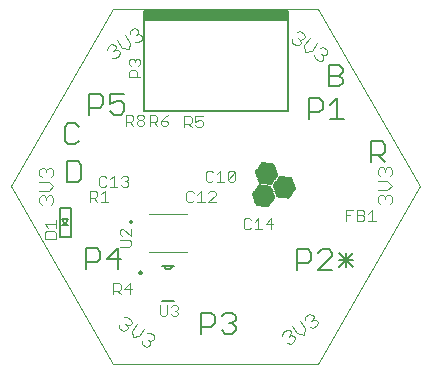
<source format=gbr>
G04 EAGLE Gerber RS-274X export*
G75*
%MOMM*%
%FSLAX34Y34*%
%LPD*%
%INSilkscreen Top*%
%IPPOS*%
%AMOC8*
5,1,8,0,0,1.08239X$1,22.5*%
G01*
%ADD10C,0.152400*%
%ADD11C,0.101600*%
%ADD12R,0.014731X0.014731*%
%ADD13R,0.147319X0.014731*%
%ADD14R,0.265175X0.014731*%
%ADD15R,0.383031X0.014731*%
%ADD16R,0.515619X0.014731*%
%ADD17R,0.633475X0.014731*%
%ADD18R,0.751331X0.014731*%
%ADD19R,0.883919X0.014731*%
%ADD20R,1.001775X0.014731*%
%ADD21R,1.119631X0.014731*%
%ADD22R,1.134363X0.014731*%
%ADD23R,1.149094X0.014731*%
%ADD24R,1.163825X0.014731*%
%ADD25R,1.178556X0.014731*%
%ADD26R,1.193288X0.014731*%
%ADD27R,1.222756X0.014731*%
%ADD28R,1.237488X0.014731*%
%ADD29R,1.266950X0.014731*%
%ADD30R,1.281681X0.014731*%
%ADD31R,1.311144X0.014731*%
%ADD32R,1.325881X0.014731*%
%ADD33R,1.355344X0.014731*%
%ADD34R,1.370075X0.014731*%
%ADD35R,1.384806X0.014731*%
%ADD36R,1.399538X0.014731*%
%ADD37R,1.414275X0.014731*%
%ADD38R,1.443738X0.014731*%
%ADD39R,1.458469X0.014731*%
%ADD40R,1.487931X0.014731*%
%ADD41R,1.502663X0.014731*%
%ADD42R,1.517394X0.014731*%
%ADD43R,1.532125X0.014731*%
%ADD44R,1.546856X0.014731*%
%ADD45R,1.576319X0.014731*%
%ADD46R,1.605788X0.014731*%
%ADD47R,1.620519X0.014731*%
%ADD48R,1.649981X0.014731*%
%ADD49R,1.664713X0.014731*%
%ADD50R,1.694175X0.014731*%
%ADD51R,1.708913X0.014731*%
%ADD52R,1.738375X0.014731*%
%ADD53R,1.753106X0.014731*%
%ADD54R,1.767838X0.014731*%
%ADD55R,1.782569X0.014731*%
%ADD56R,1.797306X0.014731*%
%ADD57R,0.117856X0.014731*%
%ADD58R,1.826769X0.014731*%
%ADD59R,0.235713X0.014731*%
%ADD60R,0.353569X0.014731*%
%ADD61R,1.856231X0.014731*%
%ADD62R,0.486156X0.014731*%
%ADD63R,1.870963X0.014731*%
%ADD64R,0.604013X0.014731*%
%ADD65R,0.721869X0.014731*%
%ADD66R,1.885694X0.014731*%
%ADD67R,0.839719X0.014731*%
%ADD68R,0.972306X0.014731*%
%ADD69R,1.090169X0.014731*%
%ADD70R,1.208025X0.014731*%
%ADD71R,1.252219X0.014731*%
%ADD72R,1.296412X0.014731*%
%ADD73R,1.340612X0.014731*%
%ADD74R,1.826763X0.014731*%
%ADD75R,1.414269X0.014731*%
%ADD76R,1.812031X0.014731*%
%ADD77R,1.429000X0.014731*%
%ADD78R,1.458462X0.014731*%
%ADD79R,1.473200X0.014731*%
%ADD80R,1.723644X0.014731*%
%ADD81R,1.694181X0.014731*%
%ADD82R,1.679450X0.014731*%
%ADD83R,1.561594X0.014731*%
%ADD84R,1.576325X0.014731*%
%ADD85R,1.591056X0.014731*%
%ADD86R,1.635250X0.014731*%
%ADD87R,1.561588X0.014731*%
%ADD88R,1.443731X0.014731*%
%ADD89R,1.797300X0.014731*%
%ADD90R,1.841500X0.014731*%
%ADD91R,1.311150X0.014731*%
%ADD92R,1.296419X0.014731*%
%ADD93R,1.193294X0.014731*%
%ADD94R,0.957575X0.014731*%
%ADD95R,0.589281X0.014731*%
%ADD96R,0.471425X0.014731*%
%ADD97R,0.220975X0.014731*%
%ADD98R,1.812038X0.014731*%
%ADD99R,0.103119X0.014731*%
%ADD100R,0.029463X0.014731*%
%ADD101R,0.162050X0.014731*%
%ADD102R,0.397763X0.014731*%
%ADD103R,0.648206X0.014731*%
%ADD104R,1.679444X0.014731*%
%ADD105R,1.016506X0.014731*%
%ADD106R,1.104900X0.014731*%
%ADD107R,1.222750X0.014731*%
%ADD108R,1.429006X0.014731*%
%ADD109R,1.208019X0.014731*%
%ADD110R,0.987044X0.014731*%
%ADD111R,0.854456X0.014731*%
%ADD112R,0.618744X0.014731*%
%ADD113R,0.500888X0.014731*%
%ADD114R,0.368300X0.014731*%
%ADD115R,0.132587X0.014731*%
%ADD116R,1.664719X0.014731*%
%ADD117R,1.075438X0.014731*%
%ADD118R,0.942844X0.014731*%
%ADD119R,0.707131X0.014731*%
%ADD120R,0.456694X0.014731*%
%ADD121R,0.088388X0.014731*%
%ADD122C,0.127000*%
%ADD123C,0.076200*%
%ADD124C,0.100000*%
%ADD125C,0.340000*%
%ADD126C,0.200000*%
%ADD127R,12.200000X0.930000*%


D10*
X252194Y206642D02*
X252194Y224437D01*
X261092Y224437D01*
X264057Y221471D01*
X264057Y215540D01*
X261092Y212574D01*
X252194Y212574D01*
X269969Y218505D02*
X275901Y224437D01*
X275901Y206642D01*
X281832Y206642D02*
X269969Y206642D01*
X242542Y96929D02*
X242542Y79134D01*
X242542Y96929D02*
X251440Y96929D01*
X254405Y93963D01*
X254405Y88032D01*
X251440Y85066D01*
X242542Y85066D01*
X260317Y79134D02*
X272180Y79134D01*
X260317Y79134D02*
X272180Y90997D01*
X272180Y93963D01*
X269214Y96929D01*
X263283Y96929D01*
X260317Y93963D01*
X278092Y93963D02*
X289955Y82100D01*
X278092Y82100D02*
X289955Y93963D01*
X289955Y88032D02*
X278092Y88032D01*
X284023Y93963D02*
X284023Y82100D01*
X160754Y42827D02*
X160754Y25032D01*
X160754Y42827D02*
X169652Y42827D01*
X172617Y39861D01*
X172617Y33930D01*
X169652Y30964D01*
X160754Y30964D01*
X178529Y39861D02*
X181495Y42827D01*
X187426Y42827D01*
X190392Y39861D01*
X190392Y36895D01*
X187426Y33930D01*
X184461Y33930D01*
X187426Y33930D02*
X190392Y30964D01*
X190392Y27998D01*
X187426Y25032D01*
X181495Y25032D01*
X178529Y27998D01*
X63726Y79896D02*
X63726Y97691D01*
X72624Y97691D01*
X75589Y94725D01*
X75589Y88794D01*
X72624Y85828D01*
X63726Y85828D01*
X90398Y79896D02*
X90398Y97691D01*
X81501Y88794D01*
X93364Y88794D01*
X66266Y210452D02*
X66266Y228247D01*
X75164Y228247D01*
X78129Y225281D01*
X78129Y219350D01*
X75164Y216384D01*
X66266Y216384D01*
X84041Y228247D02*
X95904Y228247D01*
X84041Y228247D02*
X84041Y219350D01*
X89973Y222315D01*
X92938Y222315D01*
X95904Y219350D01*
X95904Y213418D01*
X92938Y210452D01*
X87007Y210452D01*
X84041Y213418D01*
D11*
X81375Y265370D02*
X81854Y268085D01*
X85047Y270320D01*
X87761Y269842D01*
X88879Y268245D01*
X88401Y265531D01*
X86804Y264413D01*
X88401Y265531D02*
X91115Y265052D01*
X92233Y263456D01*
X91754Y260741D01*
X88561Y258505D01*
X85847Y258984D01*
X94308Y267288D02*
X89836Y273674D01*
X94308Y267288D02*
X99737Y266331D01*
X100694Y271759D01*
X96223Y278146D01*
X100533Y278785D02*
X101012Y281499D01*
X104205Y283735D01*
X106920Y283256D01*
X108037Y281660D01*
X107559Y278945D01*
X105962Y277828D01*
X107559Y278945D02*
X110273Y278467D01*
X111391Y276870D01*
X110913Y274156D01*
X107719Y271920D01*
X105005Y272399D01*
X242235Y280789D02*
X244949Y281268D01*
X248142Y279032D01*
X248621Y276318D01*
X247503Y274721D01*
X244789Y274243D01*
X243192Y275360D01*
X244789Y274243D02*
X245267Y271528D01*
X244149Y269932D01*
X241435Y269453D01*
X238242Y271689D01*
X237763Y274403D01*
X248460Y269292D02*
X252932Y275678D01*
X248460Y269292D02*
X249418Y263864D01*
X254846Y264821D01*
X259318Y271207D01*
X261393Y267375D02*
X264108Y267853D01*
X267301Y265617D01*
X267779Y262903D01*
X266661Y261306D01*
X263947Y260828D01*
X262350Y261946D01*
X263947Y260828D02*
X264426Y258113D01*
X263308Y256517D01*
X260593Y256038D01*
X257400Y258274D01*
X256922Y260988D01*
X310858Y136963D02*
X312807Y135014D01*
X310858Y136963D02*
X310858Y140861D01*
X312807Y142810D01*
X314756Y142810D01*
X316705Y140861D01*
X316705Y138912D01*
X316705Y140861D02*
X318654Y142810D01*
X320603Y142810D01*
X322552Y140861D01*
X322552Y136963D01*
X320603Y135014D01*
X318654Y146708D02*
X310858Y146708D01*
X318654Y146708D02*
X322552Y150606D01*
X318654Y154504D01*
X310858Y154504D01*
X312807Y158402D02*
X310858Y160351D01*
X310858Y164249D01*
X312807Y166198D01*
X314756Y166198D01*
X316705Y164249D01*
X316705Y162300D01*
X316705Y164249D02*
X318654Y166198D01*
X320603Y166198D01*
X322552Y164249D01*
X322552Y160351D01*
X320603Y158402D01*
X230190Y26277D02*
X229711Y23562D01*
X230190Y26277D02*
X233383Y28512D01*
X236097Y28034D01*
X237215Y26437D01*
X236737Y23723D01*
X235140Y22605D01*
X236737Y23723D02*
X239451Y23244D01*
X240569Y21648D01*
X240090Y18933D01*
X236897Y16697D01*
X234183Y17176D01*
X242644Y25480D02*
X238172Y31866D01*
X242644Y25480D02*
X248073Y24523D01*
X249030Y29951D01*
X244559Y36338D01*
X248869Y36977D02*
X249348Y39691D01*
X252541Y41927D01*
X255256Y41448D01*
X256373Y39852D01*
X255895Y37137D01*
X254298Y36020D01*
X255895Y37137D02*
X258609Y36659D01*
X259727Y35062D01*
X259249Y32348D01*
X256055Y30112D01*
X253341Y30591D01*
X98645Y39460D02*
X95931Y38981D01*
X98645Y39460D02*
X101838Y37224D01*
X102317Y34510D01*
X101199Y32913D01*
X98485Y32435D01*
X96888Y33552D01*
X98485Y32435D02*
X98963Y29720D01*
X97845Y28124D01*
X95131Y27645D01*
X91938Y29881D01*
X91459Y32595D01*
X102156Y27484D02*
X106628Y33870D01*
X102156Y27484D02*
X103114Y22056D01*
X108542Y23013D01*
X113014Y29399D01*
X115089Y25567D02*
X117804Y26045D01*
X120997Y23809D01*
X121475Y21095D01*
X120357Y19498D01*
X117643Y19020D01*
X116046Y20138D01*
X117643Y19020D02*
X118122Y16305D01*
X117004Y14709D01*
X114289Y14230D01*
X111096Y16466D01*
X110618Y19180D01*
X26041Y134506D02*
X24092Y136455D01*
X24092Y140353D01*
X26041Y142302D01*
X27990Y142302D01*
X29939Y140353D01*
X29939Y138404D01*
X29939Y140353D02*
X31888Y142302D01*
X33837Y142302D01*
X35786Y140353D01*
X35786Y136455D01*
X33837Y134506D01*
X31888Y146200D02*
X24092Y146200D01*
X31888Y146200D02*
X35786Y150098D01*
X31888Y153996D01*
X24092Y153996D01*
X26041Y157894D02*
X24092Y159843D01*
X24092Y163741D01*
X26041Y165690D01*
X27990Y165690D01*
X29939Y163741D01*
X29939Y161792D01*
X29939Y163741D02*
X31888Y165690D01*
X33837Y165690D01*
X35786Y163741D01*
X35786Y159843D01*
X33837Y157894D01*
D12*
X217926Y132123D03*
D13*
X217411Y132271D03*
D14*
X216821Y132418D03*
D15*
X216380Y132565D03*
D16*
X215864Y132713D03*
D17*
X215422Y132860D03*
D18*
X214833Y133007D03*
D19*
X214317Y133155D03*
D20*
X213875Y133302D03*
D21*
X213433Y133449D03*
D22*
X213359Y133597D03*
D23*
X213433Y133744D03*
D24*
X213507Y133891D03*
D25*
X213433Y134039D03*
D26*
X213507Y134186D03*
D27*
X213507Y134333D03*
D28*
X213580Y134481D03*
X213580Y134628D03*
D29*
X213580Y134775D03*
D30*
X213654Y134923D03*
D31*
X213654Y135070D03*
X213654Y135217D03*
D32*
X213728Y135364D03*
D33*
X213728Y135512D03*
D34*
X213801Y135659D03*
D35*
X213728Y135806D03*
D36*
X213801Y135954D03*
D37*
X213875Y136101D03*
D38*
X213875Y136248D03*
X213875Y136396D03*
D39*
X213949Y136543D03*
D40*
X213949Y136690D03*
D41*
X214022Y136838D03*
D42*
X213949Y136985D03*
D43*
X214022Y137132D03*
D44*
X214096Y137280D03*
D45*
X214096Y137427D03*
X214096Y137574D03*
D46*
X214096Y137722D03*
D47*
X214170Y137869D03*
X214170Y138016D03*
D48*
X214170Y138164D03*
D49*
X214243Y138311D03*
D50*
X214243Y138458D03*
X214243Y138606D03*
D51*
X214317Y138753D03*
D52*
X214317Y138900D03*
D53*
X214391Y139047D03*
D54*
X214317Y139195D03*
D55*
X214391Y139342D03*
D56*
X214464Y139489D03*
D57*
X234942Y139489D03*
D58*
X214464Y139637D03*
D59*
X234353Y139637D03*
D58*
X214464Y139784D03*
D60*
X233911Y139784D03*
D61*
X214464Y139931D03*
D62*
X233395Y139931D03*
D63*
X214538Y140079D03*
D64*
X232953Y140079D03*
D63*
X214538Y140226D03*
D65*
X232364Y140226D03*
D66*
X214464Y140373D03*
D67*
X231922Y140373D03*
D66*
X214464Y140521D03*
D68*
X231406Y140521D03*
D63*
X214391Y140668D03*
D69*
X230964Y140668D03*
D66*
X214317Y140815D03*
D21*
X230817Y140815D03*
D66*
X214317Y140963D03*
D23*
X230817Y140963D03*
D66*
X214170Y141110D03*
D24*
X230891Y141110D03*
D66*
X214170Y141257D03*
D25*
X230964Y141257D03*
D63*
X214096Y141405D03*
D26*
X230891Y141405D03*
D66*
X214022Y141552D03*
D70*
X230964Y141552D03*
D66*
X214022Y141699D03*
D28*
X230964Y141699D03*
D66*
X213875Y141847D03*
D71*
X231038Y141847D03*
D66*
X213875Y141994D03*
D71*
X231038Y141994D03*
D63*
X213801Y142141D03*
D30*
X231038Y142141D03*
D66*
X213728Y142289D03*
D72*
X231112Y142289D03*
D66*
X213728Y142436D03*
D32*
X231112Y142436D03*
D66*
X213580Y142583D03*
D32*
X231112Y142583D03*
D66*
X213580Y142730D03*
D73*
X231185Y142730D03*
D63*
X213507Y142878D03*
D34*
X231185Y142878D03*
D61*
X213580Y143025D03*
D35*
X231259Y143025D03*
D61*
X213580Y143172D03*
D36*
X231185Y143172D03*
D74*
X213580Y143320D03*
D75*
X231259Y143320D03*
D76*
X213654Y143467D03*
D77*
X231332Y143467D03*
D55*
X213654Y143614D03*
D78*
X231332Y143614D03*
D55*
X213654Y143762D03*
D78*
X231332Y143762D03*
D54*
X213728Y143909D03*
D79*
X231406Y143909D03*
D52*
X213728Y144056D03*
D41*
X231406Y144056D03*
D80*
X213801Y144204D03*
D41*
X231406Y144204D03*
D51*
X213728Y144351D03*
D43*
X231406Y144351D03*
D81*
X213801Y144498D03*
D44*
X231480Y144498D03*
D82*
X213875Y144646D03*
D83*
X231553Y144646D03*
D48*
X213875Y144793D03*
D84*
X231480Y144793D03*
D48*
X213875Y144940D03*
D85*
X231553Y144940D03*
D86*
X213949Y145088D03*
D47*
X231553Y145088D03*
D46*
X213949Y145235D03*
D86*
X231627Y145235D03*
D46*
X213949Y145382D03*
D86*
X231627Y145382D03*
D84*
X213949Y145530D03*
D49*
X231627Y145530D03*
D87*
X214022Y145677D03*
D82*
X231701Y145677D03*
D44*
X214096Y145824D03*
D51*
X231701Y145824D03*
D43*
X214022Y145972D03*
D51*
X231701Y145972D03*
D42*
X214096Y146119D03*
D80*
X231774Y146119D03*
D40*
X214096Y146266D03*
D53*
X231774Y146266D03*
D79*
X214170Y146413D03*
D54*
X231848Y146413D03*
D79*
X214170Y146561D03*
D55*
X231774Y146561D03*
D88*
X214170Y146708D03*
D89*
X231848Y146708D03*
D77*
X214243Y146855D03*
D76*
X231922Y146855D03*
D36*
X214243Y147003D03*
D90*
X231922Y147003D03*
D36*
X214243Y147150D03*
D90*
X231922Y147150D03*
D35*
X214317Y147297D03*
D63*
X231922Y147297D03*
D33*
X214317Y147445D03*
D66*
X231995Y147445D03*
D73*
X214391Y147592D03*
D63*
X231922Y147592D03*
D32*
X214317Y147739D03*
D66*
X231848Y147739D03*
D91*
X214391Y147887D03*
D66*
X231848Y147887D03*
D92*
X214464Y148034D03*
D63*
X231774Y148034D03*
D29*
X214464Y148181D03*
D66*
X231701Y148181D03*
D29*
X214464Y148329D03*
D66*
X231701Y148329D03*
D71*
X214538Y148476D03*
D66*
X231553Y148476D03*
D27*
X214538Y148623D03*
D66*
X231553Y148623D03*
D70*
X214612Y148771D03*
D63*
X231480Y148771D03*
D93*
X214538Y148918D03*
D66*
X231406Y148918D03*
D25*
X214612Y149065D03*
D66*
X231406Y149065D03*
D24*
X214685Y149213D03*
D66*
X231259Y149213D03*
D23*
X214612Y149360D03*
D66*
X231259Y149360D03*
D22*
X214685Y149507D03*
D63*
X231185Y149507D03*
D69*
X214612Y149655D03*
D66*
X231112Y149655D03*
D94*
X214096Y149802D03*
D66*
X231112Y149802D03*
D67*
X213507Y149949D03*
D66*
X230964Y149949D03*
D65*
X213065Y150096D03*
D66*
X230964Y150096D03*
D95*
X212549Y150244D03*
D61*
X230964Y150244D03*
D96*
X212107Y150391D03*
D90*
X231038Y150391D03*
D60*
X211518Y150538D03*
D90*
X231038Y150538D03*
D97*
X211002Y150686D03*
D98*
X231038Y150686D03*
D99*
X210560Y150833D03*
D56*
X231112Y150833D03*
D100*
X220357Y150980D03*
D55*
X231038Y150980D03*
D101*
X219842Y151128D03*
D54*
X231112Y151128D03*
D14*
X219326Y151275D03*
D53*
X231185Y151275D03*
D102*
X218810Y151422D03*
D80*
X231185Y151422D03*
D16*
X218368Y151570D03*
D80*
X231185Y151570D03*
D103*
X217853Y151717D03*
D81*
X231185Y151717D03*
D18*
X217337Y151864D03*
D104*
X231259Y151864D03*
D19*
X216821Y152012D03*
D49*
X231332Y152012D03*
D105*
X216306Y152159D03*
D48*
X231259Y152159D03*
D106*
X215864Y152306D03*
D86*
X231332Y152306D03*
D22*
X215864Y152454D03*
D47*
X231406Y152454D03*
D23*
X215938Y152601D03*
D85*
X231406Y152601D03*
D24*
X216011Y152748D03*
D85*
X231406Y152748D03*
D25*
X215938Y152896D03*
D87*
X231406Y152896D03*
D26*
X216011Y153043D03*
D44*
X231480Y153043D03*
D107*
X216011Y153190D03*
D43*
X231553Y153190D03*
D28*
X216085Y153338D03*
D42*
X231480Y153338D03*
D28*
X216085Y153485D03*
D41*
X231553Y153485D03*
D29*
X216085Y153632D03*
D79*
X231553Y153632D03*
D30*
X216159Y153779D03*
D39*
X231627Y153779D03*
D31*
X216159Y153927D03*
D39*
X231627Y153927D03*
D31*
X216159Y154074D03*
D108*
X231627Y154074D03*
D32*
X216232Y154221D03*
D75*
X231701Y154221D03*
D33*
X216232Y154369D03*
D35*
X231701Y154369D03*
D34*
X216306Y154516D03*
D35*
X231701Y154516D03*
X216232Y154663D03*
D34*
X231774Y154663D03*
D36*
X216306Y154811D03*
D73*
X231774Y154811D03*
D75*
X216380Y154958D03*
D73*
X231774Y154958D03*
D38*
X216380Y155105D03*
D91*
X231774Y155105D03*
D38*
X216380Y155253D03*
D72*
X231848Y155253D03*
D79*
X216380Y155400D03*
D30*
X231922Y155400D03*
D40*
X216453Y155547D03*
D29*
X231848Y155547D03*
D41*
X216527Y155695D03*
D71*
X231922Y155695D03*
D42*
X216453Y155842D03*
D27*
X231922Y155842D03*
D43*
X216527Y155989D03*
D109*
X231995Y155989D03*
D87*
X216527Y156137D03*
D109*
X231995Y156137D03*
D45*
X216600Y156284D03*
D25*
X231995Y156284D03*
D45*
X216600Y156431D03*
D24*
X232069Y156431D03*
D46*
X216600Y156579D03*
D23*
X232143Y156579D03*
D47*
X216674Y156726D03*
D22*
X232069Y156726D03*
D47*
X216674Y156873D03*
D106*
X232069Y156873D03*
D48*
X216674Y157021D03*
D110*
X231627Y157021D03*
D49*
X216748Y157168D03*
D111*
X231112Y157168D03*
D50*
X216748Y157315D03*
D18*
X230596Y157315D03*
D50*
X216748Y157462D03*
D112*
X230080Y157462D03*
D51*
X216821Y157610D03*
D113*
X229638Y157610D03*
D52*
X216821Y157757D03*
D114*
X229123Y157757D03*
D53*
X216895Y157904D03*
D14*
X228607Y157904D03*
D54*
X216821Y158052D03*
D115*
X228091Y158052D03*
D55*
X216895Y158199D03*
D12*
X227649Y158199D03*
D56*
X216969Y158346D03*
D58*
X216969Y158494D03*
X216969Y158641D03*
D61*
X216969Y158788D03*
D63*
X217042Y158936D03*
X217042Y159083D03*
D66*
X216969Y159230D03*
X216969Y159378D03*
X216821Y159525D03*
X216821Y159672D03*
D63*
X216748Y159820D03*
D66*
X216674Y159967D03*
X216674Y160114D03*
X216527Y160262D03*
X216527Y160409D03*
D63*
X216453Y160556D03*
D66*
X216380Y160704D03*
X216380Y160851D03*
D63*
X216306Y160998D03*
D66*
X216232Y161145D03*
X216232Y161293D03*
X216085Y161440D03*
X216085Y161587D03*
D63*
X216011Y161735D03*
D61*
X216085Y161882D03*
X216085Y162029D03*
D74*
X216085Y162177D03*
D76*
X216159Y162324D03*
D55*
X216159Y162471D03*
X216159Y162619D03*
D54*
X216232Y162766D03*
D52*
X216232Y162913D03*
D80*
X216306Y163061D03*
D51*
X216232Y163208D03*
D81*
X216306Y163355D03*
D82*
X216380Y163503D03*
D116*
X216306Y163650D03*
D48*
X216380Y163797D03*
D47*
X216380Y163945D03*
D46*
X216453Y164092D03*
X216453Y164239D03*
D84*
X216453Y164387D03*
D87*
X216527Y164534D03*
D43*
X216527Y164681D03*
X216527Y164828D03*
D42*
X216600Y164976D03*
D40*
X216600Y165123D03*
D79*
X216674Y165270D03*
X216674Y165418D03*
D88*
X216674Y165565D03*
D77*
X216748Y165712D03*
D36*
X216748Y165860D03*
X216748Y166007D03*
D35*
X216821Y166154D03*
D33*
X216821Y166302D03*
D73*
X216895Y166449D03*
D32*
X216821Y166596D03*
D91*
X216895Y166744D03*
D92*
X216969Y166891D03*
D29*
X216969Y167038D03*
X216969Y167186D03*
D28*
X216969Y167333D03*
D27*
X217042Y167480D03*
D70*
X217116Y167628D03*
D93*
X217042Y167775D03*
D25*
X217116Y167922D03*
D23*
X217116Y168070D03*
X217116Y168217D03*
D22*
X217190Y168364D03*
D117*
X217042Y168511D03*
D118*
X216527Y168659D03*
D67*
X216011Y168806D03*
D119*
X215496Y168953D03*
D95*
X215054Y169101D03*
D120*
X214538Y169248D03*
D60*
X214022Y169395D03*
D97*
X213507Y169543D03*
D121*
X212991Y169690D03*
D122*
X46200Y117020D02*
X43700Y117020D01*
X46200Y117020D02*
X48700Y117020D01*
X46200Y117020D02*
X43700Y122020D01*
X48700Y122020D02*
X46200Y117020D01*
X48700Y122020D02*
X43700Y122020D01*
X41200Y132020D02*
X51200Y132020D01*
X51200Y107020D01*
X41200Y107020D01*
X41200Y132020D01*
D123*
X37931Y105743D02*
X28525Y105743D01*
X37931Y105743D02*
X37931Y110446D01*
X36363Y112014D01*
X30093Y112014D01*
X28525Y110446D01*
X28525Y105743D01*
X31660Y115098D02*
X28525Y118234D01*
X37931Y118234D01*
X37931Y121369D02*
X37931Y115098D01*
X283772Y120663D02*
X283772Y130069D01*
X290043Y130069D01*
X286907Y125366D02*
X283772Y125366D01*
X293127Y120663D02*
X293127Y130069D01*
X297830Y130069D01*
X299398Y128501D01*
X299398Y126934D01*
X297830Y125366D01*
X299398Y123798D01*
X299398Y122231D01*
X297830Y120663D01*
X293127Y120663D01*
X293127Y125366D02*
X297830Y125366D01*
X302482Y126934D02*
X305618Y130069D01*
X305618Y120663D01*
X308753Y120663D02*
X302482Y120663D01*
X66901Y137045D02*
X66901Y146451D01*
X71604Y146451D01*
X73172Y144883D01*
X73172Y141748D01*
X71604Y140180D01*
X66901Y140180D01*
X70036Y140180D02*
X73172Y137045D01*
X76256Y143316D02*
X79392Y146451D01*
X79392Y137045D01*
X82527Y137045D02*
X76256Y137045D01*
D10*
X47724Y153556D02*
X47724Y171351D01*
X47724Y153556D02*
X56622Y153556D01*
X59587Y156522D01*
X59587Y168385D01*
X56622Y171351D01*
X47724Y171351D01*
X57555Y200389D02*
X54590Y203355D01*
X48658Y203355D01*
X45692Y200389D01*
X45692Y188526D01*
X48658Y185560D01*
X54590Y185560D01*
X57555Y188526D01*
X268958Y234582D02*
X268958Y252377D01*
X277856Y252377D01*
X280821Y249411D01*
X280821Y246445D01*
X277856Y243480D01*
X280821Y240514D01*
X280821Y237548D01*
X277856Y234582D01*
X268958Y234582D01*
X268958Y243480D02*
X277856Y243480D01*
X305280Y188369D02*
X305280Y170574D01*
X305280Y188369D02*
X314178Y188369D01*
X317143Y185403D01*
X317143Y179472D01*
X314178Y176506D01*
X305280Y176506D01*
X311212Y176506D02*
X317143Y170574D01*
D124*
X259800Y300000D02*
X86600Y300000D01*
X86600Y0D02*
X259800Y0D01*
X0Y150000D02*
X86600Y300000D01*
X259800Y300000D02*
X346400Y150000D01*
X259800Y0D01*
X86600Y0D02*
X0Y150000D01*
D123*
X97376Y201405D02*
X97376Y210811D01*
X102079Y210811D01*
X103647Y209244D01*
X103647Y206108D01*
X102079Y204541D01*
X97376Y204541D01*
X100512Y204541D02*
X103647Y201405D01*
X106731Y209244D02*
X108299Y210811D01*
X111434Y210811D01*
X113002Y209244D01*
X113002Y207676D01*
X111434Y206108D01*
X113002Y204541D01*
X113002Y202973D01*
X111434Y201405D01*
X108299Y201405D01*
X106731Y202973D01*
X106731Y204541D01*
X108299Y206108D01*
X106731Y207676D01*
X106731Y209244D01*
X108299Y206108D02*
X111434Y206108D01*
D125*
X101655Y120136D03*
D11*
X116905Y94636D02*
X148905Y94636D01*
X148905Y126636D02*
X116905Y126636D01*
D123*
X100045Y98636D02*
X92207Y98636D01*
X100045Y98636D02*
X101613Y100204D01*
X101613Y103339D01*
X100045Y104907D01*
X92207Y104907D01*
X101613Y107991D02*
X101613Y114262D01*
X101613Y107991D02*
X95342Y114262D01*
X93775Y114262D01*
X92207Y112694D01*
X92207Y109559D01*
X93775Y107991D01*
D10*
X136236Y82952D02*
X138522Y82952D01*
X136236Y82952D02*
X130140Y82952D01*
X127854Y82952D01*
X130140Y82952D02*
X130142Y82843D01*
X130148Y82735D01*
X130157Y82626D01*
X130171Y82518D01*
X130188Y82411D01*
X130210Y82304D01*
X130235Y82198D01*
X130263Y82093D01*
X130296Y81989D01*
X130332Y81887D01*
X130372Y81786D01*
X130415Y81686D01*
X130462Y81588D01*
X130513Y81491D01*
X130567Y81397D01*
X130624Y81304D01*
X130684Y81214D01*
X130748Y81125D01*
X130815Y81039D01*
X130884Y80956D01*
X130957Y80875D01*
X131033Y80797D01*
X131111Y80721D01*
X131192Y80648D01*
X131275Y80579D01*
X131361Y80512D01*
X131450Y80448D01*
X131540Y80388D01*
X131633Y80331D01*
X131727Y80277D01*
X131824Y80226D01*
X131922Y80179D01*
X132022Y80136D01*
X132123Y80096D01*
X132225Y80060D01*
X132329Y80027D01*
X132434Y79999D01*
X132540Y79974D01*
X132647Y79952D01*
X132754Y79935D01*
X132862Y79921D01*
X132971Y79912D01*
X133079Y79906D01*
X133188Y79904D01*
X133297Y79906D01*
X133405Y79912D01*
X133514Y79921D01*
X133622Y79935D01*
X133729Y79952D01*
X133836Y79974D01*
X133942Y79999D01*
X134047Y80027D01*
X134151Y80060D01*
X134253Y80096D01*
X134354Y80136D01*
X134454Y80179D01*
X134552Y80226D01*
X134649Y80277D01*
X134743Y80331D01*
X134836Y80388D01*
X134926Y80448D01*
X135015Y80512D01*
X135101Y80579D01*
X135184Y80648D01*
X135265Y80721D01*
X135343Y80797D01*
X135419Y80875D01*
X135492Y80956D01*
X135561Y81039D01*
X135628Y81125D01*
X135692Y81214D01*
X135752Y81304D01*
X135809Y81397D01*
X135863Y81491D01*
X135914Y81588D01*
X135961Y81686D01*
X136004Y81786D01*
X136044Y81887D01*
X136080Y81989D01*
X136113Y82093D01*
X136141Y82198D01*
X136166Y82304D01*
X136188Y82411D01*
X136205Y82518D01*
X136219Y82626D01*
X136228Y82735D01*
X136234Y82843D01*
X136236Y82952D01*
X138188Y52712D02*
X128188Y52712D01*
D126*
X108904Y77110D02*
X108906Y77170D01*
X108912Y77230D01*
X108922Y77289D01*
X108935Y77347D01*
X108953Y77404D01*
X108974Y77461D01*
X108998Y77515D01*
X109027Y77568D01*
X109058Y77619D01*
X109093Y77668D01*
X109131Y77714D01*
X109172Y77758D01*
X109216Y77799D01*
X109262Y77837D01*
X109311Y77872D01*
X109362Y77903D01*
X109415Y77932D01*
X109469Y77956D01*
X109526Y77977D01*
X109583Y77995D01*
X109641Y78008D01*
X109700Y78018D01*
X109760Y78024D01*
X109820Y78026D01*
X109880Y78024D01*
X109940Y78018D01*
X109999Y78008D01*
X110057Y77995D01*
X110114Y77977D01*
X110171Y77956D01*
X110225Y77932D01*
X110278Y77903D01*
X110329Y77872D01*
X110378Y77837D01*
X110424Y77799D01*
X110468Y77758D01*
X110509Y77714D01*
X110547Y77668D01*
X110582Y77619D01*
X110613Y77568D01*
X110642Y77515D01*
X110666Y77461D01*
X110687Y77404D01*
X110705Y77347D01*
X110718Y77289D01*
X110728Y77230D01*
X110734Y77170D01*
X110736Y77110D01*
X110734Y77050D01*
X110728Y76990D01*
X110718Y76931D01*
X110705Y76873D01*
X110687Y76816D01*
X110666Y76759D01*
X110642Y76705D01*
X110613Y76652D01*
X110582Y76601D01*
X110547Y76552D01*
X110509Y76506D01*
X110468Y76462D01*
X110424Y76421D01*
X110378Y76383D01*
X110329Y76348D01*
X110278Y76317D01*
X110225Y76288D01*
X110171Y76264D01*
X110114Y76243D01*
X110057Y76225D01*
X109999Y76212D01*
X109940Y76202D01*
X109880Y76196D01*
X109820Y76194D01*
X109760Y76196D01*
X109700Y76202D01*
X109641Y76212D01*
X109583Y76225D01*
X109526Y76243D01*
X109469Y76264D01*
X109415Y76288D01*
X109362Y76317D01*
X109311Y76348D01*
X109262Y76383D01*
X109216Y76421D01*
X109172Y76462D01*
X109131Y76506D01*
X109093Y76552D01*
X109058Y76601D01*
X109027Y76652D01*
X108998Y76705D01*
X108974Y76759D01*
X108953Y76816D01*
X108935Y76873D01*
X108922Y76931D01*
X108912Y76990D01*
X108906Y77050D01*
X108904Y77110D01*
D11*
X126293Y49251D02*
X126293Y41625D01*
X127818Y40099D01*
X130869Y40099D01*
X132394Y41625D01*
X132394Y49251D01*
X135648Y47726D02*
X137173Y49251D01*
X140224Y49251D01*
X141749Y47726D01*
X141749Y46201D01*
X140224Y44675D01*
X138699Y44675D01*
X140224Y44675D02*
X141749Y43150D01*
X141749Y41625D01*
X140224Y40099D01*
X137173Y40099D01*
X135648Y41625D01*
D123*
X80894Y157419D02*
X79326Y158987D01*
X76191Y158987D01*
X74623Y157419D01*
X74623Y151149D01*
X76191Y149581D01*
X79326Y149581D01*
X80894Y151149D01*
X83978Y155852D02*
X87114Y158987D01*
X87114Y149581D01*
X90249Y149581D02*
X83978Y149581D01*
X93333Y157419D02*
X94901Y158987D01*
X98036Y158987D01*
X99604Y157419D01*
X99604Y155852D01*
X98036Y154284D01*
X96469Y154284D01*
X98036Y154284D02*
X99604Y152716D01*
X99604Y151149D01*
X98036Y149581D01*
X94901Y149581D01*
X93333Y151149D01*
X153316Y145923D02*
X154884Y144355D01*
X153316Y145923D02*
X150181Y145923D01*
X148613Y144355D01*
X148613Y138085D01*
X150181Y136517D01*
X153316Y136517D01*
X154884Y138085D01*
X157969Y142788D02*
X161104Y145923D01*
X161104Y136517D01*
X157969Y136517D02*
X164239Y136517D01*
X167324Y136517D02*
X173595Y136517D01*
X167324Y136517D02*
X173595Y142788D01*
X173595Y144355D01*
X172027Y145923D01*
X168891Y145923D01*
X167324Y144355D01*
D122*
X112756Y213794D02*
X234356Y213794D01*
X234356Y298794D01*
X112756Y298794D02*
X112756Y213794D01*
X233556Y298794D02*
X234356Y298794D01*
X233556Y298794D02*
X211556Y298794D01*
X112756Y298794D01*
D127*
X173356Y294044D03*
D123*
X109602Y242518D02*
X100196Y242518D01*
X100196Y247221D01*
X101764Y248789D01*
X104899Y248789D01*
X106467Y247221D01*
X106467Y242518D01*
X101764Y251873D02*
X100196Y253441D01*
X100196Y256576D01*
X101764Y258144D01*
X103332Y258144D01*
X104899Y256576D01*
X104899Y255009D01*
X104899Y256576D02*
X106467Y258144D01*
X108035Y258144D01*
X109602Y256576D01*
X109602Y253441D01*
X108035Y251873D01*
X201796Y122895D02*
X203364Y121327D01*
X201796Y122895D02*
X198661Y122895D01*
X197093Y121327D01*
X197093Y115057D01*
X198661Y113489D01*
X201796Y113489D01*
X203364Y115057D01*
X206448Y119760D02*
X209584Y122895D01*
X209584Y113489D01*
X212719Y113489D02*
X206448Y113489D01*
X220506Y113489D02*
X220506Y122895D01*
X215803Y118192D01*
X222074Y118192D01*
X86851Y67951D02*
X86851Y58545D01*
X86851Y67951D02*
X91554Y67951D01*
X93122Y66383D01*
X93122Y63248D01*
X91554Y61680D01*
X86851Y61680D01*
X89987Y61680D02*
X93122Y58545D01*
X100910Y58545D02*
X100910Y67951D01*
X96207Y63248D01*
X102477Y63248D01*
X146736Y199973D02*
X146736Y209379D01*
X151439Y209379D01*
X153007Y207812D01*
X153007Y204676D01*
X151439Y203109D01*
X146736Y203109D01*
X149872Y203109D02*
X153007Y199973D01*
X156091Y209379D02*
X162362Y209379D01*
X156091Y209379D02*
X156091Y204676D01*
X159227Y206244D01*
X160794Y206244D01*
X162362Y204676D01*
X162362Y201541D01*
X160794Y199973D01*
X157659Y199973D01*
X156091Y201541D01*
X117716Y201029D02*
X117716Y210435D01*
X122419Y210435D01*
X123987Y208868D01*
X123987Y205732D01*
X122419Y204165D01*
X117716Y204165D01*
X120852Y204165D02*
X123987Y201029D01*
X130207Y208868D02*
X133342Y210435D01*
X130207Y208868D02*
X127071Y205732D01*
X127071Y202597D01*
X128639Y201029D01*
X131774Y201029D01*
X133342Y202597D01*
X133342Y204165D01*
X131774Y205732D01*
X127071Y205732D01*
X169696Y163297D02*
X171264Y161729D01*
X169696Y163297D02*
X166561Y163297D01*
X164993Y161729D01*
X164993Y155459D01*
X166561Y153891D01*
X169696Y153891D01*
X171264Y155459D01*
X174348Y160162D02*
X177484Y163297D01*
X177484Y153891D01*
X180619Y153891D02*
X174348Y153891D01*
X183703Y155459D02*
X183703Y161729D01*
X185271Y163297D01*
X188406Y163297D01*
X189974Y161729D01*
X189974Y155459D01*
X188406Y153891D01*
X185271Y153891D01*
X183703Y155459D01*
X189974Y161729D01*
M02*

</source>
